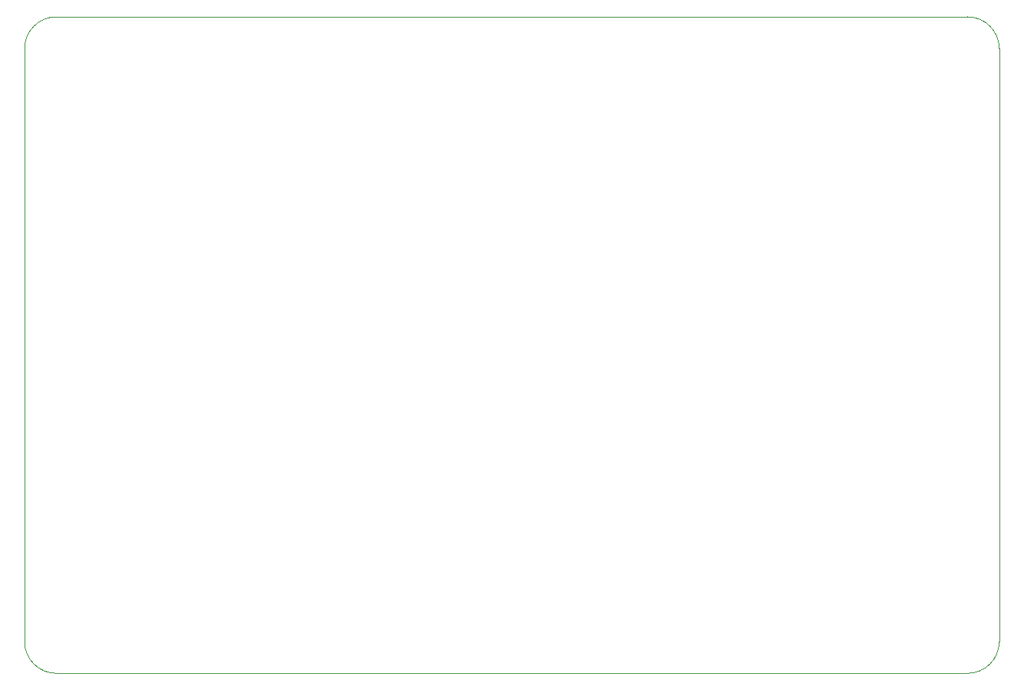
<source format=gbr>
%TF.GenerationSoftware,KiCad,Pcbnew,(5.1.6-0)*%
%TF.CreationDate,2024-01-23T19:11:50-08:00*%
%TF.ProjectId,psu_4caps,7073755f-3463-4617-9073-2e6b69636164,rev?*%
%TF.SameCoordinates,Original*%
%TF.FileFunction,Profile,NP*%
%FSLAX46Y46*%
G04 Gerber Fmt 4.6, Leading zero omitted, Abs format (unit mm)*
G04 Created by KiCad (PCBNEW (5.1.6-0)) date 2024-01-23 19:11:50*
%MOMM*%
%LPD*%
G01*
G04 APERTURE LIST*
%TA.AperFunction,Profile*%
%ADD10C,0.050000*%
%TD*%
G04 APERTURE END LIST*
D10*
X145000000Y-127750000D02*
G75*
G02*
X141500000Y-131250000I-3500000J0D01*
G01*
X41000000Y-131250000D02*
G75*
G02*
X37500000Y-127750000I0J3500000D01*
G01*
X37500000Y-62250000D02*
G75*
G02*
X41000000Y-58750000I3500000J0D01*
G01*
X141500000Y-58750000D02*
G75*
G02*
X145000000Y-62250000I0J-3500000D01*
G01*
X37500000Y-127750000D02*
X37500000Y-62250000D01*
X141500000Y-131250000D02*
X41000000Y-131250000D01*
X145000000Y-62250000D02*
X145000000Y-127750000D01*
X41000000Y-58750000D02*
X141500000Y-58750000D01*
M02*

</source>
